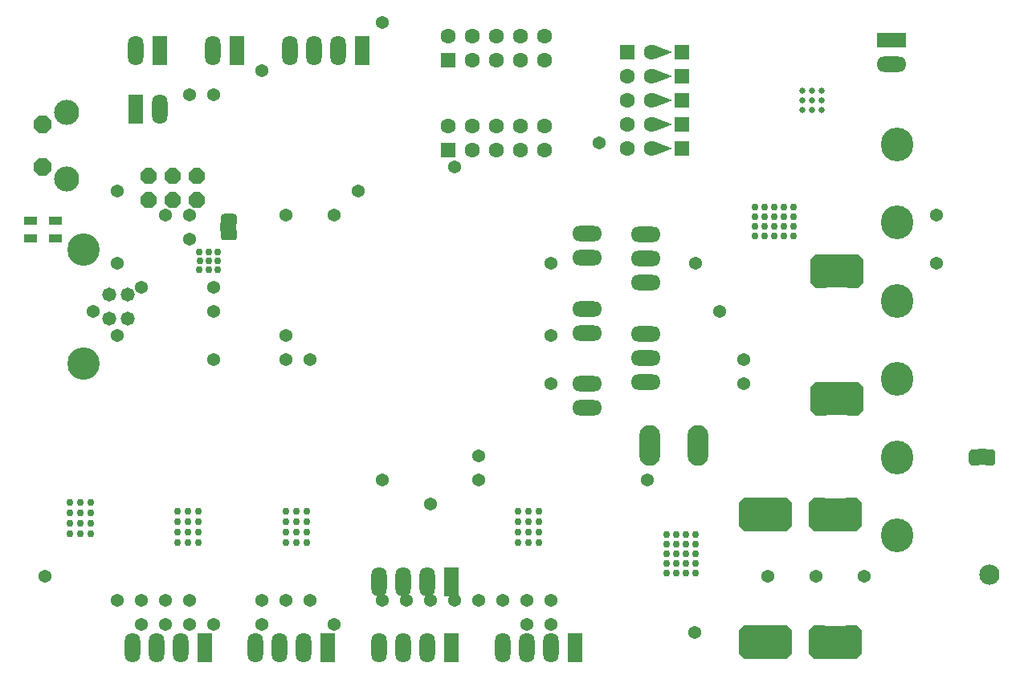
<source format=gbs>
G04 Layer_Color=16711935*
%FSLAX25Y25*%
%MOIN*%
G70*
G01*
G75*
%ADD119C,0.03000*%
%ADD123C,0.08400*%
%ADD216C,0.06305*%
G04:AMPARAMS|DCode=264|XSize=54mil|YSize=54mil|CornerRadius=27mil|HoleSize=0mil|Usage=FLASHONLY|Rotation=270.000|XOffset=0mil|YOffset=0mil|HoleType=Round|Shape=RoundedRectangle|*
%AMROUNDEDRECTD264*
21,1,0.05400,0.00000,0,0,270.0*
21,1,0.00000,0.05400,0,0,270.0*
1,1,0.05400,0.00000,0.00000*
1,1,0.05400,0.00000,0.00000*
1,1,0.05400,0.00000,0.00000*
1,1,0.05400,0.00000,0.00000*
%
%ADD264ROUNDEDRECTD264*%
%ADD270O,0.13400X0.14000*%
%ADD271R,0.06305X0.06305*%
%ADD272C,0.06305*%
%ADD273O,0.06400X0.12400*%
%ADD274R,0.06400X0.12400*%
%ADD275R,0.06305X0.06305*%
%ADD276O,0.12400X0.06400*%
%ADD277O,0.08650X0.16900*%
%ADD278P,0.07144X8X22.5*%
%ADD279C,0.13450*%
%ADD280C,0.05800*%
%ADD281C,0.10400*%
%ADD282P,0.08010X8X292.5*%
G04:AMPARAMS|DCode=283|XSize=137mil|YSize=87mil|CornerRadius=0mil|HoleSize=0mil|Usage=FLASHONLY|Rotation=270.000|XOffset=0mil|YOffset=0mil|HoleType=Round|Shape=Octagon|*
%AMOCTAGOND283*
4,1,8,-0.02175,-0.06850,0.02175,-0.06850,0.04350,-0.04675,0.04350,0.04675,0.02175,0.06850,-0.02175,0.06850,-0.04350,0.04675,-0.04350,-0.04675,-0.02175,-0.06850,0.0*
%
%ADD283OCTAGOND283*%

%ADD284R,0.12400X0.06400*%
%ADD285C,0.02600*%
%ADD286R,0.07045X0.03543*%
%ADD287R,0.03543X0.07045*%
%ADD288R,0.05321X0.03747*%
%ADD289R,0.06305X0.06305*%
G04:AMPARAMS|DCode=290|XSize=54mil|YSize=54mil|CornerRadius=27mil|HoleSize=0mil|Usage=FLASHONLY|Rotation=0.000|XOffset=0mil|YOffset=0mil|HoleType=Round|Shape=RoundedRectangle|*
%AMROUNDEDRECTD290*
21,1,0.05400,0.00000,0,0,0.0*
21,1,0.00000,0.05400,0,0,0.0*
1,1,0.05400,0.00000,0.00000*
1,1,0.05400,0.00000,0.00000*
1,1,0.05400,0.00000,0.00000*
1,1,0.05400,0.00000,0.00000*
%
%ADD290ROUNDEDRECTD290*%
G04:AMPARAMS|DCode=291|XSize=50mil|YSize=67mil|CornerRadius=13.5mil|HoleSize=0mil|Usage=FLASHONLY|Rotation=270.000|XOffset=0mil|YOffset=0mil|HoleType=Round|Shape=RoundedRectangle|*
%AMROUNDEDRECTD291*
21,1,0.05000,0.04000,0,0,270.0*
21,1,0.02300,0.06700,0,0,270.0*
1,1,0.02700,-0.02000,-0.01150*
1,1,0.02700,-0.02000,0.01150*
1,1,0.02700,0.02000,0.01150*
1,1,0.02700,0.02000,-0.01150*
%
%ADD291ROUNDEDRECTD291*%
G04:AMPARAMS|DCode=292|XSize=50mil|YSize=67mil|CornerRadius=13.5mil|HoleSize=0mil|Usage=FLASHONLY|Rotation=180.000|XOffset=0mil|YOffset=0mil|HoleType=Round|Shape=RoundedRectangle|*
%AMROUNDEDRECTD292*
21,1,0.05000,0.04000,0,0,180.0*
21,1,0.02300,0.06700,0,0,180.0*
1,1,0.02700,-0.01150,0.02000*
1,1,0.02700,0.01150,0.02000*
1,1,0.02700,0.01150,-0.02000*
1,1,0.02700,-0.01150,-0.02000*
%
%ADD292ROUNDEDRECTD292*%
G36*
X226775Y-164625D02*
X217675D01*
Y-150725D01*
X226775D01*
Y-164625D01*
D02*
G37*
G36*
X256279Y-116365D02*
X247180D01*
Y-102465D01*
X256279D01*
Y-116365D01*
D02*
G37*
G36*
X255780Y-164665D02*
X246679D01*
Y-150765D01*
X255780D01*
Y-164665D01*
D02*
G37*
G36*
Y-217665D02*
X246679D01*
Y-203765D01*
X255780D01*
Y-217665D01*
D02*
G37*
G36*
X226775Y-217625D02*
X217675D01*
Y-203725D01*
X226775D01*
Y-217625D01*
D02*
G37*
G36*
X256279Y-63365D02*
X247180D01*
Y-49465D01*
X256279D01*
Y-63365D01*
D02*
G37*
G36*
X183643Y24346D02*
X175743Y21346D01*
X176943Y22546D01*
Y26146D01*
X175743Y27346D01*
X183643Y24346D01*
D02*
G37*
G36*
Y34346D02*
X175743Y31346D01*
X176943Y32546D01*
Y36146D01*
X175743Y37346D01*
X183643Y34346D01*
D02*
G37*
G36*
Y14346D02*
X175743Y11346D01*
X176943Y12546D01*
Y16146D01*
X175743Y17346D01*
X183643Y14346D01*
D02*
G37*
G36*
Y-5654D02*
X175743Y-8654D01*
X176943Y-7454D01*
Y-3854D01*
X175743Y-2654D01*
X183643Y-5654D01*
D02*
G37*
G36*
Y4346D02*
X175743Y1346D01*
X176943Y2546D01*
Y6146D01*
X175743Y7346D01*
X183643Y4346D01*
D02*
G37*
G54D119*
X-8925Y-52225D02*
D03*
Y-48485D02*
D03*
X-12694Y-48449D02*
D03*
X-12646Y-52225D02*
D03*
X-12665Y-56064D02*
D03*
X-8925Y-55965D02*
D03*
X-5185D02*
D03*
Y-52225D02*
D03*
Y-48485D02*
D03*
X229688Y-41948D02*
D03*
X233688D02*
D03*
Y-37948D02*
D03*
X229688D02*
D03*
Y-33948D02*
D03*
X233688D02*
D03*
Y-29948D02*
D03*
X229688D02*
D03*
X221688D02*
D03*
X217688D02*
D03*
Y-33948D02*
D03*
X221688D02*
D03*
Y-37948D02*
D03*
X217688D02*
D03*
Y-41948D02*
D03*
X221688D02*
D03*
X225688D02*
D03*
Y-37948D02*
D03*
Y-29948D02*
D03*
Y-33948D02*
D03*
X185156Y-174057D02*
D03*
X181156D02*
D03*
X189156D02*
D03*
X193156D02*
D03*
Y-178058D02*
D03*
Y-182057D02*
D03*
X189156D02*
D03*
Y-178058D02*
D03*
X185156D02*
D03*
Y-182057D02*
D03*
X181156D02*
D03*
Y-178058D02*
D03*
Y-170057D02*
D03*
Y-166058D02*
D03*
X185156D02*
D03*
Y-170057D02*
D03*
X189156D02*
D03*
Y-166058D02*
D03*
X193156D02*
D03*
Y-170057D02*
D03*
X-66494Y-152724D02*
D03*
X-57832Y-165716D02*
D03*
X-62163D02*
D03*
X-66494D02*
D03*
X-57832Y-161385D02*
D03*
X-62163D02*
D03*
X-66494D02*
D03*
X-57832Y-157054D02*
D03*
X-62163D02*
D03*
X-66494D02*
D03*
X-57832Y-152724D02*
D03*
X-62163D02*
D03*
X-17425Y-156324D02*
D03*
X-13094D02*
D03*
X-21756Y-160654D02*
D03*
X-17425D02*
D03*
X-13094D02*
D03*
X-21756Y-164985D02*
D03*
X-17425D02*
D03*
X-13094D02*
D03*
X-21756Y-169316D02*
D03*
X-17425D02*
D03*
X-13094D02*
D03*
X-21756Y-156324D02*
D03*
X23244D02*
D03*
X31905Y-169316D02*
D03*
X27575D02*
D03*
X23244D02*
D03*
X31905Y-164985D02*
D03*
X27575D02*
D03*
X23244D02*
D03*
X31905Y-160654D02*
D03*
X27575D02*
D03*
X23244D02*
D03*
X31905Y-156324D02*
D03*
X27575D02*
D03*
X123975D02*
D03*
X128305D02*
D03*
X119644Y-160654D02*
D03*
X123975D02*
D03*
X128305D02*
D03*
X119644Y-164985D02*
D03*
X123975D02*
D03*
X128305D02*
D03*
X119644Y-169316D02*
D03*
X123975D02*
D03*
X128305D02*
D03*
X119644Y-156324D02*
D03*
G54D123*
X315142Y-182674D02*
D03*
G54D216*
X174743Y-5654D02*
D03*
Y4346D02*
D03*
Y14346D02*
D03*
Y24346D02*
D03*
Y34346D02*
D03*
G54D264*
X-36925Y-203225D02*
D03*
X-26925D02*
D03*
X-16925D02*
D03*
X-6925D02*
D03*
X13075D02*
D03*
X43075D02*
D03*
X123075D02*
D03*
X133075D02*
D03*
X213075Y-103225D02*
D03*
X203075Y-73225D02*
D03*
X193075Y-53225D02*
D03*
X103075Y-193225D02*
D03*
X123075D02*
D03*
X113075D02*
D03*
X133075D02*
D03*
X63075D02*
D03*
X83075D02*
D03*
X73075D02*
D03*
X93075D02*
D03*
X-16925D02*
D03*
X23075D02*
D03*
X13075D02*
D03*
X33075D02*
D03*
X-76925Y-183225D02*
D03*
X192775Y-206425D02*
D03*
X133075Y-103225D02*
D03*
X153075Y-3225D02*
D03*
X-36925Y-193225D02*
D03*
X-46925D02*
D03*
X-26925D02*
D03*
X63075Y-143225D02*
D03*
X83075Y-153225D02*
D03*
X103075Y-143225D02*
D03*
X-36925Y-63225D02*
D03*
X-46925Y-53225D02*
D03*
X53075Y-23225D02*
D03*
X-6925Y16775D02*
D03*
X103075Y-133225D02*
D03*
G54D270*
X276775Y-3775D02*
D03*
Y-36275D02*
D03*
Y-68775D02*
D03*
Y-101275D02*
D03*
Y-133775D02*
D03*
Y-166275D02*
D03*
G54D271*
X164743Y34346D02*
D03*
G54D272*
Y24346D02*
D03*
Y14346D02*
D03*
Y4346D02*
D03*
Y-5654D02*
D03*
X130475Y3675D02*
D03*
Y-6325D02*
D03*
X120475Y3675D02*
D03*
Y-6325D02*
D03*
X110475Y3675D02*
D03*
Y-6325D02*
D03*
X100475Y3675D02*
D03*
Y-6325D02*
D03*
X90475Y3675D02*
D03*
X130475Y41175D02*
D03*
Y31175D02*
D03*
X120475Y41175D02*
D03*
Y31175D02*
D03*
X110475Y41175D02*
D03*
Y31175D02*
D03*
X100475Y41175D02*
D03*
Y31175D02*
D03*
X90475Y41175D02*
D03*
G54D273*
X-40500Y-213000D02*
D03*
X-30500D02*
D03*
X-20500D02*
D03*
X30681D02*
D03*
X20681D02*
D03*
X10681D02*
D03*
X61862Y-185441D02*
D03*
X71862D02*
D03*
X81862D02*
D03*
Y-213000D02*
D03*
X71862D02*
D03*
X61862D02*
D03*
X113083Y-212961D02*
D03*
X123083D02*
D03*
X133083D02*
D03*
X44695Y35043D02*
D03*
X34695D02*
D03*
X24695D02*
D03*
X-7100Y35000D02*
D03*
X-39200D02*
D03*
X-29200Y10900D02*
D03*
G54D274*
X-10500Y-213000D02*
D03*
X40681D02*
D03*
X91862Y-185441D02*
D03*
Y-213000D02*
D03*
X143083Y-212961D02*
D03*
X54695Y35043D02*
D03*
X2900Y35000D02*
D03*
X-29200D02*
D03*
X-39200Y10900D02*
D03*
G54D275*
X90475Y-6325D02*
D03*
Y31175D02*
D03*
G54D276*
X172375Y-82525D02*
D03*
Y-92525D02*
D03*
Y-102525D02*
D03*
X172475Y-41125D02*
D03*
Y-51125D02*
D03*
Y-61125D02*
D03*
X148114Y-51060D02*
D03*
Y-41060D02*
D03*
Y-113265D02*
D03*
Y-103265D02*
D03*
X274575Y29375D02*
D03*
X148114Y-82162D02*
D03*
Y-72162D02*
D03*
G54D277*
X194175Y-128925D02*
D03*
X174175D02*
D03*
G54D278*
X-13672Y-16769D02*
D03*
Y-26769D02*
D03*
X-23673Y-16769D02*
D03*
Y-26769D02*
D03*
X-33672Y-16769D02*
D03*
Y-26769D02*
D03*
G54D279*
X-60941Y-94957D02*
D03*
Y-47635D02*
D03*
G54D280*
X-50241Y-76257D02*
D03*
Y-66335D02*
D03*
X-42341D02*
D03*
Y-76257D02*
D03*
G54D281*
X-67852Y-18128D02*
D03*
Y9472D02*
D03*
G54D282*
X-77652Y-13228D02*
D03*
Y4572D02*
D03*
G54D283*
X228970Y-157686D02*
D03*
X215570D02*
D03*
Y-210686D02*
D03*
X228970D02*
D03*
X245075Y-56425D02*
D03*
X258475D02*
D03*
Y-109425D02*
D03*
X245075D02*
D03*
X257975Y-157725D02*
D03*
X244575D02*
D03*
Y-210725D02*
D03*
X257975D02*
D03*
G54D284*
X274575Y39375D02*
D03*
G54D285*
X241543Y14432D02*
D03*
X237606D02*
D03*
Y18369D02*
D03*
X241543D02*
D03*
X245480D02*
D03*
Y14432D02*
D03*
Y10495D02*
D03*
X241543D02*
D03*
X237606D02*
D03*
G54D286*
X-684Y-38186D02*
D03*
G54D287*
X312273Y-133748D02*
D03*
G54D288*
X-82700Y-35558D02*
D03*
Y-42842D02*
D03*
X-72500Y-35558D02*
D03*
Y-42842D02*
D03*
G54D289*
X187543Y-5654D02*
D03*
Y4346D02*
D03*
Y14346D02*
D03*
Y24346D02*
D03*
Y34346D02*
D03*
G54D290*
X263075Y-183225D02*
D03*
X243075D02*
D03*
X223075D02*
D03*
X63075Y46775D02*
D03*
X-56925Y-73225D02*
D03*
X-46925Y-83225D02*
D03*
X-16925Y-33225D02*
D03*
X-46925Y-23225D02*
D03*
X-26925Y-33225D02*
D03*
X-16925Y-43225D02*
D03*
X13175Y26775D02*
D03*
X-16925Y16775D02*
D03*
X43075Y-33225D02*
D03*
X93075Y-13225D02*
D03*
X23075Y-33225D02*
D03*
X133075Y-53225D02*
D03*
Y-83225D02*
D03*
X213075Y-93225D02*
D03*
X293075Y-53225D02*
D03*
X173075Y-143225D02*
D03*
X293075Y-33225D02*
D03*
X-6925Y-93225D02*
D03*
Y-73225D02*
D03*
Y-63225D02*
D03*
X23075Y-83225D02*
D03*
X33075Y-93225D02*
D03*
X23075D02*
D03*
G54D291*
X-606Y-41284D02*
D03*
Y-35284D02*
D03*
G54D292*
X309175Y-133825D02*
D03*
X315175D02*
D03*
M02*

</source>
